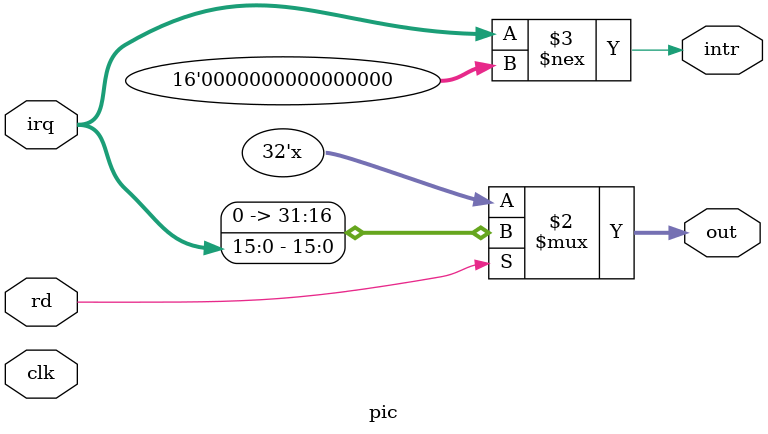
<source format=sv>
module pic #(
    parameter integer WORD_SIZE  = 32,
    parameter integer IRQ_LENGTH = 16
) (
    input clk,
    input [IRQ_LENGTH-1:0] irq,
    output tri [WORD_SIZE-1:0] out,
    input rd,
    output intr
);
  assign out  = rd ? irq : 'hz;
  assign intr = irq !== 'b0;
endmodule

</source>
